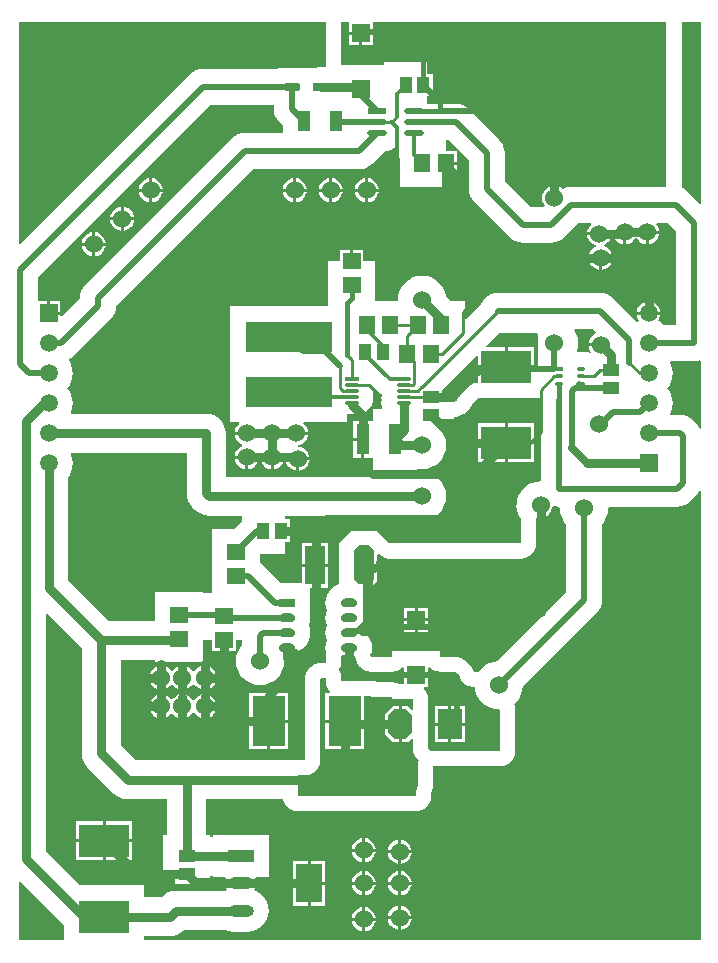
<source format=gtl>
%FSLAX25Y25*%
%MOIN*%
G70*
G01*
G75*
G04 Layer_Physical_Order=1*
G04 Layer_Color=255*
%ADD10O,0.06496X0.01969*%
%ADD11R,0.06496X0.01969*%
%ADD12R,0.05512X0.04331*%
%ADD13R,0.05906X0.05512*%
%ADD14R,0.05512X0.05906*%
%ADD15R,0.04331X0.05512*%
%ADD16R,0.28740X0.10433*%
%ADD17R,0.04331X0.10236*%
%ADD18R,0.16732X0.10906*%
%ADD19R,0.08661X0.03937*%
%ADD20O,0.08661X0.03937*%
%ADD21R,0.08661X0.12795*%
G04:AMPARAMS|DCode=22|XSize=55.12mil|YSize=25.59mil|CornerRadius=0mil|HoleSize=0mil|Usage=FLASHONLY|Rotation=180.000|XOffset=0mil|YOffset=0mil|HoleType=Round|Shape=Octagon|*
%AMOCTAGOND22*
4,1,8,-0.02756,0.00640,-0.02756,-0.00640,-0.02116,-0.01280,0.02116,-0.01280,0.02756,-0.00640,0.02756,0.00640,0.02116,0.01280,-0.02116,0.01280,-0.02756,0.00640,0.0*
%
%ADD22OCTAGOND22*%

%ADD23R,0.05512X0.02559*%
%ADD24R,0.06000X0.06000*%
%ADD25R,0.04331X0.06693*%
%ADD26O,0.05500X0.03000*%
%ADD27R,0.05500X0.03000*%
%ADD28R,0.10906X0.16732*%
%ADD29R,0.07874X0.09843*%
G04:AMPARAMS|DCode=30|XSize=78.74mil|YSize=98.43mil|CornerRadius=0mil|HoleSize=0mil|Usage=FLASHONLY|Rotation=180.000|XOffset=0mil|YOffset=0mil|HoleType=Round|Shape=Octagon|*
%AMOCTAGOND30*
4,1,8,0.01969,-0.04921,-0.01969,-0.04921,-0.03937,-0.02953,-0.03937,0.02953,-0.01969,0.04921,0.01969,0.04921,0.03937,0.02953,0.03937,-0.02953,0.01969,-0.04921,0.0*
%
%ADD30OCTAGOND30*%

G04:AMPARAMS|DCode=31|XSize=66.93mil|YSize=130mil|CornerRadius=0mil|HoleSize=0mil|Usage=FLASHONLY|Rotation=180.000|XOffset=0mil|YOffset=0mil|HoleType=Round|Shape=Octagon|*
%AMOCTAGOND31*
4,1,8,0.01673,-0.06500,-0.01673,-0.06500,-0.03347,-0.04827,-0.03347,0.04827,-0.01673,0.06500,0.01673,0.06500,0.03347,0.04827,0.03347,-0.04827,0.01673,-0.06500,0.0*
%
%ADD31OCTAGOND31*%

%ADD32R,0.06693X0.13000*%
%ADD33R,0.04724X0.01221*%
%ADD34O,0.04724X0.01221*%
%ADD35R,0.02756X0.01181*%
%ADD36O,0.02756X0.01181*%
%ADD37C,0.01500*%
%ADD38C,0.01000*%
%ADD39C,0.01200*%
%ADD40C,0.03000*%
%ADD41C,0.02000*%
%ADD42C,0.02500*%
%ADD43R,0.05906X0.05906*%
%ADD44C,0.05906*%
%ADD45C,0.06000*%
G36*
X352452Y310227D02*
X351991Y310036D01*
X348263Y313763D01*
X347350Y314513D01*
X346307Y315070D01*
X345945Y315180D01*
X345991Y315529D01*
Y370452D01*
X352452D01*
Y310227D01*
D02*
G37*
G36*
X233750Y159451D02*
X236250D01*
X236364Y159474D01*
X237056Y159394D01*
D01*
D01*
X237223Y159278D01*
X237265Y159029D01*
X237322Y158684D01*
X237412Y158073D01*
X237429Y158035D01*
X237436Y157994D01*
X237690Y157431D01*
X237772Y157243D01*
X237936Y156865D01*
X238193Y156436D01*
X238449Y156114D01*
D01*
X238577Y155953D01*
X238577Y155953D01*
X238952Y155463D01*
X238985Y155438D01*
X239011Y155405D01*
X239507Y155037D01*
X239997Y154662D01*
X240035Y154646D01*
X240069Y154621D01*
X240643Y154394D01*
X241213Y154158D01*
X241254Y154152D01*
X241293Y154137D01*
X241907Y154066D01*
D01*
X241907D01*
X242191Y154029D01*
D01*
X242518Y153986D01*
X249500D01*
X250805Y154158D01*
X252022Y154662D01*
X252553Y155069D01*
D01*
X252553Y155069D01*
D01*
X252554Y155070D01*
X252568Y155080D01*
D01*
X253052Y155452D01*
D01*
X253133Y155412D01*
D01*
D01*
X253358Y155239D01*
X253500Y155130D01*
Y153250D01*
X261500D01*
Y155130D01*
X261867Y155412D01*
D01*
X261948Y155452D01*
D01*
X262433Y155080D01*
D01*
X262447Y155069D01*
X262447Y155069D01*
D01*
X262447Y155069D01*
D01*
X262978Y154662D01*
X264195Y154158D01*
X264858Y154070D01*
D01*
X265500Y153986D01*
X270002D01*
X270438Y153943D01*
X270618Y153888D01*
X270784Y153799D01*
X270784Y153799D01*
X271122Y153522D01*
D01*
X271372Y153273D01*
X271522Y153122D01*
X271799Y152784D01*
X271888Y152618D01*
X271913Y152536D01*
X272151Y152011D01*
X272372Y151478D01*
X272422Y151412D01*
X272457Y151337D01*
X272822Y150891D01*
X273173Y150434D01*
X273239Y150383D01*
X273292Y150319D01*
X273760Y149984D01*
X274218Y149633D01*
X274294Y149601D01*
X274362Y149552D01*
X274901Y149349D01*
X275434Y149129D01*
X275516Y149118D01*
X275594Y149089D01*
X276168Y149032D01*
X276739Y148957D01*
X277015D01*
X277016Y148948D01*
X277116Y147932D01*
X277573Y146424D01*
X278316Y145034D01*
X279316Y143816D01*
X280534Y142816D01*
X281924Y142073D01*
X283432Y141616D01*
X283500Y141609D01*
X285000Y141461D01*
X285129Y141474D01*
X285500Y141138D01*
Y127500D01*
X262500D01*
X262000Y128000D01*
X261500Y128500D01*
Y146000D01*
X261335D01*
X261328Y146055D01*
X260824Y147272D01*
X260034Y148302D01*
X260255Y148750D01*
X261500D01*
Y152250D01*
X253500D01*
Y150500D01*
Y149793D01*
X252062D01*
X252022Y149824D01*
X250805Y150328D01*
X249500Y150500D01*
X244130D01*
Y150543D01*
Y150866D01*
X232500D01*
Y151197D01*
Y151967D01*
X232419Y152579D01*
X232349Y153191D01*
X232334Y153231D01*
X232328Y153273D01*
X232092Y153842D01*
X231866Y154416D01*
X231840Y154450D01*
X231824Y154489D01*
X231690Y154665D01*
X231803Y154810D01*
X231811Y154829D01*
X231824Y154846D01*
X232068Y155435D01*
X232317Y156022D01*
X232320Y156043D01*
X232328Y156062D01*
X232411Y156694D01*
X232500Y157326D01*
X232497Y157347D01*
X232500Y157368D01*
Y159306D01*
Y159306D01*
X232887Y159623D01*
X233750Y159451D01*
D02*
G37*
G36*
X352452Y214379D02*
Y64547D01*
X166866D01*
Y65791D01*
X175323D01*
X176597Y65917D01*
X177822Y66289D01*
X178952Y66892D01*
X179941Y67704D01*
X179941Y67704D01*
X179941Y67704D01*
X180095Y67858D01*
X194163D01*
X195272Y67522D01*
X196638Y67387D01*
X201362D01*
X202728Y67522D01*
X204042Y67921D01*
X205252Y68568D01*
X206313Y69438D01*
X207184Y70499D01*
X207831Y71710D01*
X208230Y73024D01*
X208364Y74390D01*
X208230Y75756D01*
X207831Y77069D01*
X207184Y78280D01*
X206313Y79341D01*
X205252Y80212D01*
X204042Y80859D01*
X203714Y80958D01*
X203561Y81434D01*
X203955Y81948D01*
X204254Y82670D01*
X204291Y82945D01*
X193710D01*
X193746Y82670D01*
X194045Y81948D01*
X194439Y81434D01*
X194286Y80958D01*
X194163Y80921D01*
X177390D01*
X176116Y80796D01*
X174890Y80424D01*
X173761Y79821D01*
X172771Y79008D01*
X172617Y78854D01*
X166866D01*
Y82776D01*
X145461D01*
X134031Y94205D01*
Y173078D01*
X134493Y173270D01*
X145969Y161795D01*
Y127000D01*
X146094Y125726D01*
X146466Y124501D01*
X147069Y123371D01*
X147882Y122382D01*
X156882Y113382D01*
Y113382D01*
X156882Y113382D01*
X156882Y113382D01*
Y113382D01*
X157871Y112569D01*
X159001Y111966D01*
X160226Y111594D01*
X161500Y111469D01*
X174469D01*
Y99618D01*
X173244D01*
Y85287D01*
X177244D01*
Y83382D01*
X184756D01*
Y85287D01*
X188756D01*
Y85921D01*
X189669D01*
Y85532D01*
X193932D01*
X194153Y85083D01*
X194045Y84942D01*
X193746Y84220D01*
X193710Y83945D01*
X204291D01*
X204254Y84220D01*
X203955Y84942D01*
X203847Y85083D01*
X204068Y85532D01*
X208331D01*
Y99468D01*
X189669D01*
Y98984D01*
X188756D01*
Y99618D01*
X187531D01*
Y111469D01*
X213147D01*
X213184Y111195D01*
X213687Y109978D01*
X214489Y108934D01*
X215533Y108133D01*
X216750Y107629D01*
X218055Y107457D01*
X257334D01*
X257662Y107500D01*
X257993D01*
X258312Y107586D01*
X258640Y107629D01*
X258945Y107755D01*
X259264Y107841D01*
X259551Y108006D01*
X259856Y108133D01*
X260118Y108334D01*
X260404Y108499D01*
X260638Y108733D01*
X260900Y108934D01*
X261102Y109196D01*
X261335Y109430D01*
X261569Y109735D01*
X261735Y110021D01*
X261936Y110283D01*
X262062Y110589D01*
X262228Y110875D01*
X262313Y111194D01*
X262440Y111500D01*
X262483Y111827D01*
X262568Y112147D01*
Y112477D01*
X262569Y112480D01*
X262601Y112641D01*
X262597Y112696D01*
X262611Y112805D01*
Y112971D01*
X262590Y113134D01*
X262601Y113297D01*
X262592Y113428D01*
X262568Y113463D01*
X262871Y114195D01*
X263043Y115500D01*
Y122126D01*
Y122457D01*
X285500D01*
X286805Y122629D01*
X288022Y123133D01*
X289066Y123934D01*
X289867Y124978D01*
X290371Y126195D01*
X290543Y127500D01*
Y141138D01*
X290527Y141262D01*
X290537Y141386D01*
X290441Y141913D01*
X290371Y142444D01*
X290324Y142559D01*
X290301Y142681D01*
X290072Y143165D01*
X290026Y143276D01*
X290684Y143816D01*
X291684Y145034D01*
X292427Y146424D01*
X292884Y147932D01*
X292985Y148959D01*
D01*
X304560Y160533D01*
X317763Y173737D01*
X317763Y173737D01*
X317763Y173737D01*
X318513Y174651D01*
X319070Y175693D01*
X319070Y175693D01*
X319070Y175693D01*
X319413Y176824D01*
X319529Y178000D01*
X319529Y178000D01*
Y203236D01*
X320184Y204034D01*
X320927Y205424D01*
X321384Y206932D01*
X321539Y208500D01*
X321529Y208600D01*
X321865Y208971D01*
X344500D01*
X345676Y209087D01*
X346807Y209430D01*
X346807Y209430D01*
X346807Y209430D01*
X347849Y209987D01*
X348763Y210737D01*
X348763Y210737D01*
X348763Y210737D01*
X350763Y212737D01*
X350763Y212737D01*
X350763Y212737D01*
X351513Y213650D01*
X351968Y214501D01*
X352452Y214379D01*
D02*
G37*
G36*
X180969Y213500D02*
X181094Y212226D01*
X181466Y211000D01*
X181975Y210048D01*
X182069Y209871D01*
X182882Y208882D01*
X183882Y207882D01*
X184871Y207069D01*
X186001Y206466D01*
X187226Y206094D01*
X188500Y205969D01*
X199382D01*
Y204345D01*
X196730Y201693D01*
X189547D01*
Y186181D01*
Y180193D01*
X186453D01*
Y180693D01*
X170547D01*
Y172819D01*
Y171031D01*
X155205D01*
X143522Y182715D01*
X141531Y184705D01*
Y218923D01*
X141645Y219060D01*
X142383Y220442D01*
X142838Y221941D01*
X142991Y223500D01*
X142838Y225059D01*
X142383Y226558D01*
X142629Y226969D01*
X180969D01*
Y213500D01*
D02*
G37*
G36*
X299500Y205531D02*
X300044Y205603D01*
X301017Y206006D01*
X301853Y206647D01*
X302494Y207483D01*
X302897Y208456D01*
X302962Y208950D01*
X303382Y209221D01*
X303824Y209087D01*
X305000Y208971D01*
X305135D01*
X305471Y208600D01*
X305461Y208500D01*
X305616Y206932D01*
X306073Y205424D01*
X306816Y204034D01*
X307471Y203236D01*
Y180497D01*
X292974Y166000D01*
X284459Y157485D01*
X283432Y157384D01*
X281924Y156927D01*
X280534Y156184D01*
X279316Y155184D01*
X278346Y154003D01*
X278344Y154000D01*
X278316Y153966D01*
X278247Y153838D01*
X278074Y153861D01*
X277836Y153933D01*
X277439Y153946D01*
X277397Y153957D01*
X277070Y154000D01*
X276739D01*
X276570Y154557D01*
X276013Y155599D01*
X275263Y156513D01*
X274513Y157263D01*
X273600Y158013D01*
X272557Y158570D01*
X271426Y158913D01*
X270250Y159029D01*
X265500D01*
Y159083D01*
Y160750D01*
X249500D01*
Y159029D01*
X242518D01*
X242262Y159458D01*
X242284Y159501D01*
X242293Y159530D01*
D01*
X242656Y160726D01*
X242781Y162000D01*
X242656Y163274D01*
X242284Y164499D01*
X241681Y165629D01*
X241376Y166000D01*
X240868Y166618D01*
X240708Y166750D01*
Y167250D01*
X240868Y167382D01*
X241681Y168371D01*
X242284Y169501D01*
X242656Y170726D01*
X242781Y172000D01*
X242656Y173274D01*
X242284Y174499D01*
X242284Y174500D01*
X242284Y174501D01*
X242656Y175726D01*
X242781Y177000D01*
X242656Y178274D01*
X242284Y179499D01*
X241681Y180629D01*
X240926Y181548D01*
X241140Y182000D01*
X242423D01*
X244597Y184173D01*
Y189000D01*
X240250D01*
Y190000D01*
X244597D01*
Y191727D01*
Y192871D01*
X244964Y193153D01*
X245045Y193193D01*
X246075Y192403D01*
X247291Y191899D01*
X248597Y191727D01*
X292469D01*
X293774Y191899D01*
X294990Y192403D01*
X296035Y193204D01*
X296836Y194249D01*
X297340Y195465D01*
X297512Y196770D01*
Y204848D01*
X297458Y205257D01*
X297455Y205356D01*
X297866Y205640D01*
X297956Y205603D01*
X298500Y205531D01*
Y209500D01*
X299500D01*
Y205531D01*
D02*
G37*
G36*
X317370Y267104D02*
X317272Y266614D01*
X316983Y266494D01*
X316147Y265853D01*
X315506Y265017D01*
X315103Y264044D01*
X315031Y263500D01*
X319000D01*
Y262500D01*
X315031D01*
X315103Y261956D01*
X315506Y260983D01*
X315884Y260490D01*
X315580Y260094D01*
X314727Y260447D01*
X313268Y260639D01*
X311693D01*
X311420Y260603D01*
X311097Y260984D01*
X311384Y261932D01*
X311539Y263500D01*
X311384Y265068D01*
X310927Y266576D01*
X310270Y267805D01*
X310527Y268234D01*
X316240D01*
X317370Y267104D01*
D02*
G37*
G36*
X210148Y341508D02*
X210148Y341508D01*
X210148D01*
X210264Y340332D01*
X210607Y339201D01*
X210607Y339201D01*
X210607Y339201D01*
X211164Y338158D01*
X211914Y337245D01*
X211914Y337245D01*
X211914D01*
Y337245D01*
X211914Y337245D01*
X213020Y336139D01*
Y333529D01*
X200500D01*
X199324Y333413D01*
X198193Y333070D01*
X197151Y332513D01*
X196237Y331763D01*
X196237Y331763D01*
X147237Y282763D01*
X146487Y281850D01*
X145930Y280807D01*
X145587Y279676D01*
X145471Y278500D01*
X145471Y278500D01*
X145471D01*
X145471Y278500D01*
X145471D01*
Y278497D01*
X139415Y272441D01*
X138953Y272632D01*
Y273000D01*
X135000D01*
Y273500D01*
X134500D01*
Y277453D01*
X131529D01*
Y285503D01*
X188997Y342971D01*
X210148D01*
Y341508D01*
D02*
G37*
G36*
X298000Y266645D02*
Y254845D01*
X297328Y254173D01*
X296866Y254365D01*
Y255177D01*
X278134D01*
Y250252D01*
X276945Y250096D01*
X275729Y249592D01*
X274685Y248791D01*
X272424Y246530D01*
X272357Y246443D01*
X272306Y246401D01*
X272056Y246052D01*
X271708Y245628D01*
X271674Y245552D01*
X271623Y245485D01*
X271585Y245394D01*
X271539Y245331D01*
X271170Y244639D01*
X270988Y244418D01*
X270766Y244236D01*
X270685Y244192D01*
X270256Y244449D01*
Y246713D01*
X266256D01*
Y247911D01*
X267423Y249077D01*
X270423Y252077D01*
X270423Y252077D01*
X270423Y252077D01*
X277672Y259327D01*
X278134Y259135D01*
Y256177D01*
X287000D01*
Y262130D01*
X281129D01*
X280937Y262592D01*
X285221Y266876D01*
X297645Y266997D01*
X298000Y266645D01*
D02*
G37*
G36*
X227457Y356250D02*
X227502Y355907D01*
X227172Y355531D01*
X225823D01*
X224549Y355406D01*
X224132Y355279D01*
X211561D01*
X211311Y355029D01*
X186500D01*
X185324Y354913D01*
X184193Y354570D01*
X183150Y354013D01*
X182237Y353263D01*
X125509Y296536D01*
X125048Y296727D01*
Y370452D01*
X227457D01*
Y356250D01*
D02*
G37*
G36*
X352452Y257554D02*
Y235121D01*
X351968Y234999D01*
X351513Y235849D01*
X350763Y236763D01*
X349763Y237763D01*
X348850Y238513D01*
X347807Y239070D01*
X346676Y239413D01*
X345500Y239529D01*
X342381D01*
X342124Y239958D01*
X342383Y240442D01*
X342838Y241941D01*
X342991Y243500D01*
X342838Y245059D01*
X342383Y246558D01*
X341645Y247940D01*
X341185Y248500D01*
X341645Y249060D01*
X342383Y250442D01*
X342838Y251941D01*
X342991Y253500D01*
X342838Y255059D01*
X342383Y256558D01*
X342124Y257042D01*
X342381Y257471D01*
X350000D01*
X351176Y257587D01*
X352051Y257852D01*
X352452Y257554D01*
D02*
G37*
G36*
X274971Y324503D02*
Y315000D01*
X274971Y315000D01*
X274971D01*
X275087Y313824D01*
X275430Y312693D01*
X275430Y312693D01*
X275430Y312693D01*
X275987Y311650D01*
X276737Y310737D01*
X276737Y310737D01*
X276737Y310737D01*
X279974Y307500D01*
X288737Y298737D01*
X288737Y298737D01*
X289651Y297987D01*
X290693Y297430D01*
D01*
X290693Y297430D01*
X291824Y297087D01*
X293000Y296971D01*
X302500D01*
X303676Y297087D01*
X304807Y297430D01*
X305850Y297987D01*
X306763Y298737D01*
X311497Y303471D01*
X315675D01*
X315836Y302997D01*
X315647Y302853D01*
X315006Y302017D01*
X314603Y301044D01*
X314531Y300500D01*
X318500D01*
Y299500D01*
X314531D01*
X314603Y298956D01*
X315006Y297983D01*
X315647Y297147D01*
X316483Y296506D01*
X317351Y296146D01*
Y295646D01*
X316983Y295494D01*
X316147Y294853D01*
X315506Y294017D01*
X315103Y293044D01*
X315031Y292500D01*
X322969D01*
X322897Y293044D01*
X322494Y294017D01*
X321853Y294853D01*
X321017Y295494D01*
X320149Y295853D01*
Y296354D01*
X320517Y296506D01*
X321353Y297147D01*
X321994Y297983D01*
X322397Y298956D01*
X322533Y299988D01*
X323033D01*
X323103Y299456D01*
X323506Y298483D01*
X324147Y297647D01*
X324983Y297006D01*
X325956Y296603D01*
X326500Y296531D01*
Y300500D01*
X327500D01*
Y296531D01*
X328044Y296603D01*
X329017Y297006D01*
X329853Y297647D01*
X330494Y298483D01*
X330500Y298497D01*
X331000D01*
X331006Y298483D01*
X331647Y297647D01*
X332483Y297006D01*
X333456Y296603D01*
X334000Y296531D01*
Y300500D01*
X334500D01*
Y301000D01*
X338469D01*
X338397Y301544D01*
X337994Y302517D01*
X337606Y303023D01*
X337827Y303471D01*
X341503D01*
X343971Y301003D01*
Y269529D01*
X340190D01*
X339440Y270145D01*
X338339Y270733D01*
X338234Y271221D01*
X338453Y271507D01*
X338851Y272468D01*
X338921Y273000D01*
X331079D01*
X331149Y272468D01*
X331547Y271507D01*
X331766Y271221D01*
X331661Y270733D01*
X331096Y270431D01*
X323526Y278000D01*
X323000Y278526D01*
X322086Y279276D01*
X321044Y279833D01*
X319913Y280176D01*
X318737Y280292D01*
X284763D01*
X283587Y280176D01*
X282456Y279833D01*
X281414Y279276D01*
X280500Y278526D01*
X279750Y277613D01*
X279193Y276570D01*
X279179Y276524D01*
X274155Y271500D01*
X273693Y271691D01*
Y277453D01*
X269284D01*
X267408Y279329D01*
X267384Y279568D01*
X266927Y281076D01*
X266184Y282466D01*
X265184Y283684D01*
X263966Y284684D01*
X262576Y285427D01*
X261068Y285884D01*
X259500Y286039D01*
X257932Y285884D01*
X256424Y285427D01*
X255034Y284684D01*
X253816Y283684D01*
X252816Y282466D01*
X252073Y281076D01*
X251616Y279568D01*
X251461Y278000D01*
X251479Y277823D01*
X251143Y277453D01*
X243953D01*
Y290819D01*
X239953D01*
Y294693D01*
X236500D01*
Y290937D01*
X235500D01*
Y294693D01*
X232047D01*
Y290819D01*
X228047D01*
Y275870D01*
X195630D01*
Y255437D01*
Y237130D01*
X198382D01*
X198543Y236656D01*
X198147Y236353D01*
X197506Y235517D01*
X197103Y234544D01*
X197031Y234000D01*
X201000D01*
Y233000D01*
X197031D01*
X197103Y232456D01*
X197506Y231483D01*
X198147Y230647D01*
X198983Y230006D01*
X199601Y229750D01*
Y229250D01*
X198983Y228994D01*
X198147Y228353D01*
X197506Y227517D01*
X197103Y226544D01*
X197031Y226000D01*
X201000D01*
Y225500D01*
X201500D01*
Y221531D01*
X202044Y221603D01*
X203017Y222006D01*
X203853Y222647D01*
X204494Y223483D01*
X204897Y224456D01*
X205000Y225238D01*
X205500D01*
X205603Y224456D01*
X206006Y223483D01*
X206647Y222647D01*
X207483Y222006D01*
X208456Y221603D01*
X209000Y221531D01*
Y225500D01*
X210000D01*
Y221531D01*
X210544Y221603D01*
X211517Y222006D01*
X212353Y222647D01*
X212994Y223483D01*
X213397Y224456D01*
X213467Y224988D01*
X213967D01*
X214103Y223956D01*
X214506Y222983D01*
X215147Y222147D01*
X215983Y221506D01*
X216956Y221103D01*
X217500Y221031D01*
Y225000D01*
X218000D01*
Y225500D01*
X221969D01*
X221897Y226044D01*
X221494Y227017D01*
X220853Y227853D01*
X220017Y228494D01*
X219044Y228897D01*
X218012Y229033D01*
Y229533D01*
X218544Y229603D01*
X219517Y230006D01*
X220353Y230647D01*
X220994Y231483D01*
X221397Y232456D01*
X221469Y233000D01*
X217500D01*
Y234000D01*
X221469D01*
X221397Y234544D01*
X220994Y235517D01*
X220353Y236353D01*
X219957Y236656D01*
X220118Y237130D01*
X234370D01*
Y239936D01*
X237752D01*
X239216Y240129D01*
X240581Y240694D01*
X241753Y241593D01*
X242653Y242765D01*
X243218Y244130D01*
X243411Y245595D01*
X243406Y245628D01*
X243362Y245962D01*
D01*
Y247195D01*
D01*
X243411Y247563D01*
X243362Y247931D01*
D01*
Y248190D01*
X243824Y248381D01*
X244699Y247506D01*
X244699Y247506D01*
X245361Y246998D01*
X245869Y246608D01*
X246037Y246539D01*
X245972Y246052D01*
X245912Y245595D01*
X246042Y244610D01*
X245912Y243626D01*
X246105Y242161D01*
X246158Y242034D01*
X245880Y241618D01*
X243150D01*
Y237618D01*
X243150D01*
X242850D01*
X242796Y237618D01*
X242796Y237618D01*
Y237618D01*
X240185D01*
Y231500D01*
Y225382D01*
X242850D01*
D01*
D01*
X242979Y225254D01*
X243150Y225083D01*
Y221382D01*
X257480D01*
Y221382D01*
X257835Y221645D01*
X257932Y221616D01*
X259500Y221461D01*
X261068Y221616D01*
X262576Y222073D01*
X263966Y222816D01*
X265184Y223816D01*
X266184Y225034D01*
X266927Y226424D01*
X267384Y227932D01*
X267539Y229500D01*
X267384Y231068D01*
X266927Y232576D01*
X266184Y233966D01*
X265184Y235184D01*
X264299Y235911D01*
X264467Y236382D01*
X266256D01*
Y238287D01*
X270256D01*
Y238951D01*
X271227Y239047D01*
X272452Y239419D01*
X273062Y239744D01*
X273144Y239788D01*
D01*
X273581Y240022D01*
X273965Y240337D01*
D01*
X274085Y240435D01*
D01*
X274571Y240834D01*
X274886Y241218D01*
X275003Y241360D01*
D01*
X275383Y241824D01*
X275831Y242660D01*
X275987Y242953D01*
X275990Y242964D01*
X276193Y243167D01*
X278017Y244991D01*
X278251Y245224D01*
X298670D01*
X299006Y244854D01*
X298971Y244500D01*
Y218676D01*
Y217536D01*
X297432Y217384D01*
X295924Y216927D01*
X294534Y216184D01*
X293316Y215184D01*
X292316Y213966D01*
X291573Y212576D01*
X291116Y211068D01*
X290979Y209677D01*
X290961Y209500D01*
X291116Y207932D01*
X291573Y206424D01*
X292316Y205034D01*
X292469Y204848D01*
Y196770D01*
X248597D01*
Y196825D01*
Y196827D01*
X244423Y201000D01*
X236077D01*
X231904Y196827D01*
Y183232D01*
X231251Y183034D01*
X230121Y182431D01*
X229132Y181618D01*
X228319Y180629D01*
X227716Y179499D01*
X227344Y178274D01*
X227219Y177000D01*
X227344Y175726D01*
X227716Y174501D01*
X227716Y174500D01*
X227716Y174499D01*
X227344Y173274D01*
X227219Y172000D01*
X227344Y170726D01*
X227716Y169501D01*
X227716Y169500D01*
X227716Y169500D01*
X227344Y168274D01*
X227219Y167000D01*
X227344Y165726D01*
X227716Y164500D01*
X227716Y164500D01*
X227716Y164499D01*
X227344Y163274D01*
X227219Y162000D01*
X227344Y160726D01*
X227544Y160068D01*
X227481Y159800D01*
X227489Y159552D01*
X227457Y159306D01*
Y157368D01*
X227378Y157290D01*
X227264Y157015D01*
D01*
X225940Y157036D01*
X225920Y157034D01*
X225899Y157037D01*
X225265Y156959D01*
X224633Y156886D01*
X224613Y156879D01*
X224592Y156876D01*
X224001Y156637D01*
X223408Y156403D01*
X223391Y156390D01*
X223371Y156382D01*
X222863Y155999D01*
X222350Y155619D01*
X222337Y155602D01*
X222320Y155590D01*
X221964Y155239D01*
X221951Y155222D01*
X221934Y155210D01*
X221546Y154703D01*
X221154Y154201D01*
X221145Y154182D01*
X221132Y154165D01*
X220888Y153576D01*
X220640Y152989D01*
X220637Y152968D01*
X220629Y152949D01*
X220546Y152317D01*
X220457Y151686D01*
X220460Y151664D01*
X220457Y151644D01*
Y124531D01*
X164205D01*
X159031Y129705D01*
Y157969D01*
X170547D01*
Y157307D01*
X186453D01*
Y164681D01*
X189547D01*
Y160807D01*
X193000D01*
Y164563D01*
X194000D01*
Y160807D01*
X197453D01*
Y164681D01*
X199471D01*
Y162764D01*
X198816Y161966D01*
X198073Y160576D01*
X197616Y159068D01*
X197461Y157500D01*
X197616Y155932D01*
X198073Y154424D01*
X198816Y153034D01*
X199816Y151816D01*
X201034Y150816D01*
X202424Y150073D01*
X203932Y149616D01*
X205500Y149461D01*
X207068Y149616D01*
X208576Y150073D01*
X209966Y150816D01*
X211184Y151816D01*
X212184Y153034D01*
X212927Y154424D01*
X213384Y155932D01*
X213539Y157500D01*
X213384Y159068D01*
X213668Y159451D01*
X215750D01*
X216725Y159645D01*
X217552Y160198D01*
X218019Y160896D01*
X218250Y160966D01*
X219379Y161569D01*
X220368Y162382D01*
X221181Y163371D01*
X221784Y164500D01*
X222156Y165726D01*
X222281Y167000D01*
X222156Y168274D01*
X221784Y169500D01*
X221784Y169500D01*
X221784Y169501D01*
X222088Y170500D01*
X222250D01*
Y171681D01*
D01*
X222281Y172000D01*
X222250Y172319D01*
D01*
D01*
Y182000D01*
X223250D01*
Y189000D01*
X219404D01*
Y183500D01*
X212526D01*
X205700Y190326D01*
X205453Y190529D01*
Y193244D01*
X213713D01*
Y197244D01*
X215618D01*
Y204756D01*
X213713D01*
Y205969D01*
X254848D01*
X255034Y205816D01*
X256424Y205073D01*
X257932Y204616D01*
X259500Y204461D01*
X261068Y204616D01*
X262576Y205073D01*
X263966Y205816D01*
X265184Y206816D01*
X266184Y208034D01*
X266927Y209424D01*
X267384Y210932D01*
X267539Y212500D01*
X267384Y214068D01*
X266927Y215576D01*
X266184Y216966D01*
X265184Y218184D01*
X263966Y219184D01*
X262576Y219927D01*
X261068Y220384D01*
X259500Y220539D01*
X257932Y220384D01*
X256424Y219927D01*
X255034Y219184D01*
X254848Y219031D01*
X194031D01*
Y225614D01*
Y233500D01*
X193906Y234774D01*
X193534Y235999D01*
X192931Y237129D01*
X192118Y238118D01*
X191129Y238931D01*
X189999Y239534D01*
X188774Y239906D01*
X187500Y240031D01*
X142629D01*
X142383Y240442D01*
X142838Y241941D01*
X142991Y243500D01*
X142838Y245059D01*
X142383Y246558D01*
X141645Y247940D01*
X141185Y248500D01*
X141645Y249060D01*
X142383Y250442D01*
X142838Y251941D01*
X142857Y252139D01*
X142913Y252324D01*
X143029Y253500D01*
X142913Y254676D01*
X142857Y254861D01*
X142838Y255059D01*
X142383Y256558D01*
X141740Y257761D01*
X141885Y258239D01*
X142350Y258487D01*
X143263Y259237D01*
X155763Y271737D01*
X155763Y271737D01*
X155763Y271737D01*
X156513Y272651D01*
X157070Y273693D01*
X157070Y273693D01*
X157070Y273693D01*
X157413Y274824D01*
X157529Y276000D01*
X157529Y276000D01*
D01*
X202991Y321465D01*
X202997Y321471D01*
X238480D01*
X239656Y321587D01*
X240788Y321930D01*
X241830Y322487D01*
X242743Y323237D01*
X247040Y327534D01*
X247937Y327622D01*
X249065Y327964D01*
X250104Y328520D01*
X250701Y329009D01*
X251253Y328556D01*
Y326162D01*
X251253Y326161D01*
X251446Y324699D01*
X251446Y324699D01*
X251446D01*
X251807Y323827D01*
Y315547D01*
X267319D01*
Y319547D01*
X271193D01*
Y323000D01*
X267437D01*
Y324000D01*
X271193D01*
Y327453D01*
X267319D01*
Y331231D01*
X268243D01*
X274971Y324503D01*
D02*
G37*
G36*
X227457Y151967D02*
Y150866D01*
X227629Y149561D01*
X228133Y148345D01*
X228923Y147315D01*
X228702Y146866D01*
X227224D01*
Y138000D01*
X240130D01*
Y145823D01*
X242356D01*
X242825Y145629D01*
X244130Y145457D01*
X249500D01*
Y144750D01*
X256457D01*
Y144637D01*
Y141318D01*
X255995Y141127D01*
X254701Y142421D01*
X252732D01*
Y136500D01*
Y130579D01*
X254701D01*
X255995Y131873D01*
D01*
X256457Y131682D01*
D01*
Y128500D01*
X256629Y127195D01*
X257133Y125978D01*
X257934Y124934D01*
X258434Y124434D01*
X258445Y124423D01*
X258172Y123762D01*
X258000Y122457D01*
Y115500D01*
X257953D01*
X257909Y115393D01*
X257781Y114915D01*
X257622Y114447D01*
X257611Y114282D01*
X257568Y114121D01*
Y113627D01*
X257536Y113133D01*
X257568Y112971D01*
Y112805D01*
X257334Y112500D01*
X218055D01*
Y119488D01*
X220457D01*
X221762Y119660D01*
X222978Y120164D01*
X224023Y120965D01*
X224824Y122010D01*
X225328Y123226D01*
X225500Y124531D01*
Y147375D01*
Y151644D01*
X225856Y151994D01*
X227457Y151967D01*
D02*
G37*
G36*
X140134Y69629D02*
Y64547D01*
X125048D01*
Y84062D01*
X125509Y84254D01*
X140134Y69629D01*
D02*
G37*
G36*
X340948Y315529D02*
X309000D01*
X307824Y315413D01*
X306693Y315070D01*
X306326Y314874D01*
X305517Y315494D01*
X304544Y315897D01*
X303500Y316035D01*
X302456Y315897D01*
X301483Y315494D01*
X300647Y314853D01*
X300006Y314017D01*
X299603Y313044D01*
X299465Y312000D01*
X299603Y310956D01*
X300006Y309983D01*
X300419Y309445D01*
X300003Y309029D01*
X295497D01*
X287029Y317497D01*
Y327000D01*
X286913Y328176D01*
X286570Y329307D01*
X286376Y329670D01*
X286013Y330349D01*
X285263Y331263D01*
X285263Y331263D01*
X275003Y341523D01*
X274090Y342273D01*
X273047Y342830D01*
X271916Y343173D01*
X270740Y343289D01*
X261213D01*
Y345744D01*
X263118D01*
Y353256D01*
X261213D01*
Y357256D01*
X246882D01*
Y356250D01*
X232500D01*
Y370452D01*
X235000D01*
Y367250D01*
X243000D01*
Y370452D01*
X340948D01*
Y315529D01*
D02*
G37*
%LPC*%
G36*
X207823Y137000D02*
X201870D01*
Y128134D01*
X207823D01*
Y137000D01*
D02*
G37*
G36*
X187500Y146469D02*
Y143000D01*
X190969D01*
X190897Y143544D01*
X190494Y144517D01*
X189853Y145353D01*
X189017Y145994D01*
X188044Y146397D01*
X187500Y146469D01*
D02*
G37*
G36*
X214776Y137000D02*
X208823D01*
Y128134D01*
X214776D01*
Y137000D01*
D02*
G37*
G36*
X233177D02*
X227224D01*
Y128134D01*
X233177D01*
Y137000D01*
D02*
G37*
G36*
X179000Y146469D02*
X178456Y146397D01*
X177483Y145994D01*
X176647Y145353D01*
X176250Y144835D01*
X175750D01*
X175353Y145353D01*
X174517Y145994D01*
X173544Y146397D01*
X173000Y146469D01*
Y142500D01*
Y138531D01*
X173544Y138603D01*
X174517Y139006D01*
X175353Y139647D01*
X175750Y140165D01*
X176250D01*
X176647Y139647D01*
X177483Y139006D01*
X178456Y138603D01*
X179000Y138531D01*
Y142500D01*
Y146469D01*
D02*
G37*
G36*
X162866Y104130D02*
X154000D01*
Y98177D01*
X162866D01*
Y104130D01*
D02*
G37*
G36*
X153000D02*
X144134D01*
Y98177D01*
X153000D01*
Y104130D01*
D02*
G37*
G36*
X186500Y146469D02*
X185956Y146397D01*
X184983Y145994D01*
X184147Y145353D01*
X183506Y144517D01*
X183500Y144503D01*
X183000D01*
X182994Y144517D01*
X182353Y145353D01*
X181517Y145994D01*
X180544Y146397D01*
X180000Y146469D01*
Y142500D01*
Y138531D01*
X180544Y138603D01*
X181517Y139006D01*
X182353Y139647D01*
X182994Y140483D01*
X183000Y140497D01*
X183500D01*
X183506Y140483D01*
X184147Y139647D01*
X184983Y139006D01*
X185956Y138603D01*
X186500Y138531D01*
Y142500D01*
Y146469D01*
D02*
G37*
G36*
X240130Y137000D02*
X234177D01*
Y128134D01*
X240130D01*
Y137000D01*
D02*
G37*
G36*
X273705Y142421D02*
X269268D01*
Y137000D01*
X273705D01*
Y142421D01*
D02*
G37*
G36*
X268268D02*
X263831D01*
Y137000D01*
X268268D01*
Y142421D01*
D02*
G37*
G36*
X172000Y142000D02*
X168531D01*
X168603Y141456D01*
X169006Y140483D01*
X169647Y139647D01*
X170483Y139006D01*
X171456Y138603D01*
X172000Y138531D01*
Y142000D01*
D02*
G37*
G36*
X214776Y146866D02*
X208823D01*
Y138000D01*
X214776D01*
Y146866D01*
D02*
G37*
G36*
X207823D02*
X201870D01*
Y138000D01*
X207823D01*
Y146866D01*
D02*
G37*
G36*
X251732Y142421D02*
X249764D01*
X247295Y139953D01*
Y137000D01*
X251732D01*
Y142421D01*
D02*
G37*
G36*
X172000Y146469D02*
X171456Y146397D01*
X170483Y145994D01*
X169647Y145353D01*
X169006Y144517D01*
X168603Y143544D01*
X168531Y143000D01*
X172000D01*
Y146469D01*
D02*
G37*
G36*
X251732Y136000D02*
X247295D01*
Y133047D01*
X249764Y130579D01*
X251732D01*
Y136000D01*
D02*
G37*
G36*
X268268D02*
X263831D01*
Y130579D01*
X268268D01*
Y136000D01*
D02*
G37*
G36*
X190969Y142000D02*
X187500D01*
Y138531D01*
X188044Y138603D01*
X189017Y139006D01*
X189853Y139647D01*
X190494Y140483D01*
X190897Y141456D01*
X190969Y142000D01*
D02*
G37*
G36*
X273705Y136000D02*
X269268D01*
Y130579D01*
X273705D01*
Y136000D01*
D02*
G37*
G36*
X240500Y98469D02*
Y95000D01*
X243969D01*
X243897Y95544D01*
X243494Y96517D01*
X242853Y97353D01*
X242017Y97994D01*
X241044Y98397D01*
X240500Y98469D01*
D02*
G37*
G36*
X227165Y82945D02*
X222335D01*
Y76047D01*
X227165D01*
Y82945D01*
D02*
G37*
G36*
X221335D02*
X216504D01*
Y76047D01*
X221335D01*
Y82945D01*
D02*
G37*
G36*
X252500Y75969D02*
Y72500D01*
X255969D01*
X255897Y73044D01*
X255494Y74017D01*
X254853Y74853D01*
X254017Y75494D01*
X253044Y75897D01*
X252500Y75969D01*
D02*
G37*
G36*
X239500Y83000D02*
X236031D01*
X236103Y82456D01*
X236506Y81483D01*
X237147Y80647D01*
X237983Y80006D01*
X238956Y79603D01*
X239500Y79531D01*
Y83000D01*
D02*
G37*
G36*
X255969D02*
X252500D01*
Y79531D01*
X253044Y79603D01*
X254017Y80006D01*
X254853Y80647D01*
X255494Y81483D01*
X255897Y82456D01*
X255969Y83000D01*
D02*
G37*
G36*
X251500D02*
X248031D01*
X248103Y82456D01*
X248506Y81483D01*
X249147Y80647D01*
X249983Y80006D01*
X250956Y79603D01*
X251500Y79531D01*
Y83000D01*
D02*
G37*
G36*
X243969D02*
X240500D01*
Y79531D01*
X241044Y79603D01*
X242017Y80006D01*
X242853Y80647D01*
X243494Y81483D01*
X243897Y82456D01*
X243969Y83000D01*
D02*
G37*
G36*
X251500Y71500D02*
X248031D01*
X248103Y70956D01*
X248506Y69983D01*
X249147Y69147D01*
X249983Y68506D01*
X250956Y68103D01*
X251500Y68031D01*
Y71500D01*
D02*
G37*
G36*
X243969Y71000D02*
X240500D01*
Y67531D01*
X241044Y67603D01*
X242017Y68006D01*
X242853Y68647D01*
X243494Y69483D01*
X243897Y70456D01*
X243969Y71000D01*
D02*
G37*
G36*
X239500D02*
X236031D01*
X236103Y70456D01*
X236506Y69483D01*
X237147Y68647D01*
X237983Y68006D01*
X238956Y67603D01*
X239500Y67531D01*
Y71000D01*
D02*
G37*
G36*
X255969Y71500D02*
X252500D01*
Y68031D01*
X253044Y68103D01*
X254017Y68506D01*
X254853Y69147D01*
X255494Y69983D01*
X255897Y70956D01*
X255969Y71500D01*
D02*
G37*
G36*
X251500Y75969D02*
X250956Y75897D01*
X249983Y75494D01*
X249147Y74853D01*
X248506Y74017D01*
X248103Y73044D01*
X248031Y72500D01*
X251500D01*
Y75969D01*
D02*
G37*
G36*
X240500Y75469D02*
Y72000D01*
X243969D01*
X243897Y72544D01*
X243494Y73517D01*
X242853Y74353D01*
X242017Y74994D01*
X241044Y75397D01*
X240500Y75469D01*
D02*
G37*
G36*
X239500D02*
X238956Y75397D01*
X237983Y74994D01*
X237147Y74353D01*
X236506Y73517D01*
X236103Y72544D01*
X236031Y72000D01*
X239500D01*
Y75469D01*
D02*
G37*
G36*
X221335Y90842D02*
X216504D01*
Y83945D01*
X221335D01*
Y90842D01*
D02*
G37*
G36*
X153000Y97177D02*
X144134D01*
Y91224D01*
X153000D01*
Y97177D01*
D02*
G37*
G36*
X243969Y94000D02*
X240500D01*
Y90531D01*
X241044Y90603D01*
X242017Y91006D01*
X242853Y91647D01*
X243494Y92483D01*
X243897Y93456D01*
X243969Y94000D01*
D02*
G37*
G36*
X239500D02*
X236031D01*
X236103Y93456D01*
X236506Y92483D01*
X237147Y91647D01*
X237983Y91006D01*
X238956Y90603D01*
X239500Y90531D01*
Y94000D01*
D02*
G37*
G36*
X162866Y97177D02*
X154000D01*
Y91224D01*
X162866D01*
Y97177D01*
D02*
G37*
G36*
X239500Y98469D02*
X238956Y98397D01*
X237983Y97994D01*
X237147Y97353D01*
X236506Y96517D01*
X236103Y95544D01*
X236031Y95000D01*
X239500D01*
Y98469D01*
D02*
G37*
G36*
X252500Y97969D02*
Y94500D01*
X255969D01*
X255897Y95044D01*
X255494Y96017D01*
X254853Y96853D01*
X254017Y97494D01*
X253044Y97897D01*
X252500Y97969D01*
D02*
G37*
G36*
X251500D02*
X250956Y97897D01*
X249983Y97494D01*
X249147Y96853D01*
X248506Y96017D01*
X248103Y95044D01*
X248031Y94500D01*
X251500D01*
Y97969D01*
D02*
G37*
G36*
X240500Y87469D02*
Y84000D01*
X243969D01*
X243897Y84544D01*
X243494Y85517D01*
X242853Y86353D01*
X242017Y86994D01*
X241044Y87397D01*
X240500Y87469D01*
D02*
G37*
G36*
X239500D02*
X238956Y87397D01*
X237983Y86994D01*
X237147Y86353D01*
X236506Y85517D01*
X236103Y84544D01*
X236031Y84000D01*
X239500D01*
Y87469D01*
D02*
G37*
G36*
X227165Y90842D02*
X222335D01*
Y83945D01*
X227165D01*
Y90842D01*
D02*
G37*
G36*
X251500Y87469D02*
X250956Y87397D01*
X249983Y86994D01*
X249147Y86353D01*
X248506Y85517D01*
X248103Y84544D01*
X248031Y84000D01*
X251500D01*
Y87469D01*
D02*
G37*
G36*
X255969Y93500D02*
X252500D01*
Y90031D01*
X253044Y90103D01*
X254017Y90506D01*
X254853Y91147D01*
X255494Y91983D01*
X255897Y92956D01*
X255969Y93500D01*
D02*
G37*
G36*
X251500D02*
X248031D01*
X248103Y92956D01*
X248506Y91983D01*
X249147Y91147D01*
X249983Y90506D01*
X250956Y90103D01*
X251500Y90031D01*
Y93500D01*
D02*
G37*
G36*
X252500Y87469D02*
Y84000D01*
X255969D01*
X255897Y84544D01*
X255494Y85517D01*
X254853Y86353D01*
X254017Y86994D01*
X253044Y87397D01*
X252500Y87469D01*
D02*
G37*
G36*
X172000Y151500D02*
X168531D01*
X168603Y150956D01*
X169006Y149983D01*
X169647Y149147D01*
X170483Y148506D01*
X171456Y148103D01*
X172000Y148031D01*
Y151500D01*
D02*
G37*
G36*
X172969Y314000D02*
X169500D01*
Y310531D01*
X170044Y310603D01*
X171017Y311006D01*
X171853Y311647D01*
X172494Y312483D01*
X172897Y313456D01*
X172969Y314000D01*
D02*
G37*
G36*
X168500D02*
X165031D01*
X165103Y313456D01*
X165506Y312483D01*
X166147Y311647D01*
X166983Y311006D01*
X167956Y310603D01*
X168500Y310531D01*
Y314000D01*
D02*
G37*
G36*
X160000Y308969D02*
Y305500D01*
X163469D01*
X163397Y306044D01*
X162994Y307017D01*
X162353Y307853D01*
X161517Y308494D01*
X160544Y308897D01*
X160000Y308969D01*
D02*
G37*
G36*
X228500Y314000D02*
X225031D01*
X225103Y313456D01*
X225506Y312483D01*
X226147Y311647D01*
X226983Y311006D01*
X227956Y310603D01*
X228500Y310531D01*
Y314000D01*
D02*
G37*
G36*
X220969D02*
X217500D01*
Y310531D01*
X218044Y310603D01*
X219017Y311006D01*
X219853Y311647D01*
X220494Y312483D01*
X220897Y313456D01*
X220969Y314000D01*
D02*
G37*
G36*
X216500D02*
X213031D01*
X213103Y313456D01*
X213506Y312483D01*
X214147Y311647D01*
X214983Y311006D01*
X215956Y310603D01*
X216500Y310531D01*
Y314000D01*
D02*
G37*
G36*
X159000Y308969D02*
X158456Y308897D01*
X157483Y308494D01*
X156647Y307853D01*
X156006Y307017D01*
X155603Y306044D01*
X155531Y305500D01*
X159000D01*
Y308969D01*
D02*
G37*
G36*
X149500Y300469D02*
X148956Y300397D01*
X147983Y299994D01*
X147147Y299353D01*
X146506Y298517D01*
X146103Y297544D01*
X146031Y297000D01*
X149500D01*
Y300469D01*
D02*
G37*
G36*
X338469Y300000D02*
X335000D01*
Y296531D01*
X335544Y296603D01*
X336517Y297006D01*
X337353Y297647D01*
X337994Y298483D01*
X338397Y299456D01*
X338469Y300000D01*
D02*
G37*
G36*
X153969Y296000D02*
X150500D01*
Y292531D01*
X151044Y292603D01*
X152017Y293006D01*
X152853Y293647D01*
X153494Y294483D01*
X153897Y295456D01*
X153969Y296000D01*
D02*
G37*
G36*
X163469Y304500D02*
X160000D01*
Y301031D01*
X160544Y301103D01*
X161517Y301506D01*
X162353Y302147D01*
X162994Y302983D01*
X163397Y303956D01*
X163469Y304500D01*
D02*
G37*
G36*
X159000D02*
X155531D01*
X155603Y303956D01*
X156006Y302983D01*
X156647Y302147D01*
X157483Y301506D01*
X158456Y301103D01*
X159000Y301031D01*
Y304500D01*
D02*
G37*
G36*
X150500Y300469D02*
Y297000D01*
X153969D01*
X153897Y297544D01*
X153494Y298517D01*
X152853Y299353D01*
X152017Y299994D01*
X151044Y300397D01*
X150500Y300469D01*
D02*
G37*
G36*
X240500Y318469D02*
X239956Y318397D01*
X238983Y317994D01*
X238147Y317353D01*
X237506Y316517D01*
X237103Y315544D01*
X237031Y315000D01*
X240500D01*
Y318469D01*
D02*
G37*
G36*
X229500D02*
Y315000D01*
X232969D01*
X232897Y315544D01*
X232494Y316517D01*
X231853Y317353D01*
X231017Y317994D01*
X230044Y318397D01*
X229500Y318469D01*
D02*
G37*
G36*
X228500D02*
X227956Y318397D01*
X226983Y317994D01*
X226147Y317353D01*
X225506Y316517D01*
X225103Y315544D01*
X225031Y315000D01*
X228500D01*
Y318469D01*
D02*
G37*
G36*
X243000Y366250D02*
X239500D01*
Y362750D01*
X243000D01*
Y366250D01*
D02*
G37*
G36*
X238500D02*
X235000D01*
Y362750D01*
X238500D01*
Y366250D01*
D02*
G37*
G36*
X241500Y318469D02*
Y315000D01*
X244969D01*
X244897Y315544D01*
X244494Y316517D01*
X243853Y317353D01*
X243017Y317994D01*
X242044Y318397D01*
X241500Y318469D01*
D02*
G37*
G36*
X217500D02*
Y315000D01*
X220969D01*
X220897Y315544D01*
X220494Y316517D01*
X219853Y317353D01*
X219017Y317994D01*
X218044Y318397D01*
X217500Y318469D01*
D02*
G37*
G36*
X244969Y314000D02*
X241500D01*
Y310531D01*
X242044Y310603D01*
X243017Y311006D01*
X243853Y311647D01*
X244494Y312483D01*
X244897Y313456D01*
X244969Y314000D01*
D02*
G37*
G36*
X240500D02*
X237031D01*
X237103Y313456D01*
X237506Y312483D01*
X238147Y311647D01*
X238983Y311006D01*
X239956Y310603D01*
X240500Y310531D01*
Y314000D01*
D02*
G37*
G36*
X232969D02*
X229500D01*
Y310531D01*
X230044Y310603D01*
X231017Y311006D01*
X231853Y311647D01*
X232494Y312483D01*
X232897Y313456D01*
X232969Y314000D01*
D02*
G37*
G36*
X216500Y318469D02*
X215956Y318397D01*
X214983Y317994D01*
X214147Y317353D01*
X213506Y316517D01*
X213103Y315544D01*
X213031Y315000D01*
X216500D01*
Y318469D01*
D02*
G37*
G36*
X169500D02*
Y315000D01*
X172969D01*
X172897Y315544D01*
X172494Y316517D01*
X171853Y317353D01*
X171017Y317994D01*
X170044Y318397D01*
X169500Y318469D01*
D02*
G37*
G36*
X168500D02*
X167956Y318397D01*
X166983Y317994D01*
X166147Y317353D01*
X165506Y316517D01*
X165103Y315544D01*
X165031Y315000D01*
X168500D01*
Y318469D01*
D02*
G37*
G36*
X149500Y296000D02*
X146031D01*
X146103Y295456D01*
X146506Y294483D01*
X147147Y293647D01*
X147983Y293006D01*
X148956Y292603D01*
X149500Y292531D01*
Y296000D01*
D02*
G37*
G36*
X228097Y189000D02*
X224250D01*
Y182000D01*
X228097D01*
Y189000D01*
D02*
G37*
G36*
X261500Y175250D02*
X258000D01*
Y171750D01*
X261500D01*
Y175250D01*
D02*
G37*
G36*
X257000D02*
X253500D01*
Y171750D01*
X257000D01*
Y175250D01*
D02*
G37*
G36*
X221969Y224500D02*
X218500D01*
Y221031D01*
X219044Y221103D01*
X220017Y221506D01*
X220853Y222147D01*
X221494Y222983D01*
X221897Y223956D01*
X221969Y224500D01*
D02*
G37*
G36*
X228097Y197000D02*
X224250D01*
Y190000D01*
X228097D01*
Y197000D01*
D02*
G37*
G36*
X223250D02*
X219404D01*
Y190000D01*
X223250D01*
Y197000D01*
D02*
G37*
G36*
X261500Y170750D02*
X258000D01*
Y167250D01*
X261500D01*
Y170750D01*
D02*
G37*
G36*
X187500Y155969D02*
Y152500D01*
X190969D01*
X190897Y153044D01*
X190494Y154017D01*
X189853Y154853D01*
X189017Y155494D01*
X188044Y155897D01*
X187500Y155969D01*
D02*
G37*
G36*
X172000D02*
X171456Y155897D01*
X170483Y155494D01*
X169647Y154853D01*
X169006Y154017D01*
X168603Y153044D01*
X168531Y152500D01*
X172000D01*
Y155969D01*
D02*
G37*
G36*
X190969Y151500D02*
X187500D01*
Y148031D01*
X188044Y148103D01*
X189017Y148506D01*
X189853Y149147D01*
X190494Y149983D01*
X190897Y150956D01*
X190969Y151500D01*
D02*
G37*
G36*
X257000Y170750D02*
X253500D01*
Y167250D01*
X257000D01*
Y170750D01*
D02*
G37*
G36*
X179000Y155969D02*
X178456Y155897D01*
X177483Y155494D01*
X176647Y154853D01*
X176250Y154335D01*
X175750D01*
X175353Y154853D01*
X174517Y155494D01*
X173544Y155897D01*
X173000Y155969D01*
Y152000D01*
Y148031D01*
X173544Y148103D01*
X174517Y148506D01*
X175353Y149147D01*
X175750Y149665D01*
X176250D01*
X176647Y149147D01*
X177483Y148506D01*
X178456Y148103D01*
X179000Y148031D01*
Y152000D01*
Y155969D01*
D02*
G37*
G36*
X186500D02*
X185956Y155897D01*
X184983Y155494D01*
X184147Y154853D01*
X183506Y154017D01*
X183500Y154003D01*
X183000D01*
X182994Y154017D01*
X182353Y154853D01*
X181517Y155494D01*
X180544Y155897D01*
X180000Y155969D01*
Y152000D01*
Y148031D01*
X180544Y148103D01*
X181517Y148506D01*
X182353Y149147D01*
X182994Y149983D01*
X183000Y149997D01*
X183500D01*
X183506Y149983D01*
X184147Y149147D01*
X184983Y148506D01*
X185956Y148103D01*
X186500Y148031D01*
Y152000D01*
Y155969D01*
D02*
G37*
G36*
X334500Y277421D02*
X333968Y277351D01*
X333007Y276953D01*
X332181Y276319D01*
X331547Y275493D01*
X331149Y274532D01*
X331079Y274000D01*
X334500D01*
Y277421D01*
D02*
G37*
G36*
X138953Y277453D02*
X135500D01*
Y274000D01*
X138953D01*
Y277453D01*
D02*
G37*
G36*
X296866Y262130D02*
X288000D01*
Y256177D01*
X296866D01*
Y262130D01*
D02*
G37*
G36*
X322969Y291500D02*
X319500D01*
Y288031D01*
X320044Y288103D01*
X321017Y288506D01*
X321853Y289147D01*
X322494Y289983D01*
X322897Y290956D01*
X322969Y291500D01*
D02*
G37*
G36*
X318500D02*
X315031D01*
X315103Y290956D01*
X315506Y289983D01*
X316147Y289147D01*
X316983Y288506D01*
X317956Y288103D01*
X318500Y288031D01*
Y291500D01*
D02*
G37*
G36*
X335500Y277421D02*
Y274000D01*
X338921D01*
X338851Y274532D01*
X338453Y275493D01*
X337819Y276319D01*
X336993Y276953D01*
X336032Y277351D01*
X335500Y277421D01*
D02*
G37*
G36*
X239185Y237618D02*
X236520D01*
Y232000D01*
X239185D01*
Y237618D01*
D02*
G37*
G36*
X296866Y229823D02*
X288000D01*
Y223870D01*
X296866D01*
Y229823D01*
D02*
G37*
G36*
X287000D02*
X278134D01*
Y223870D01*
X287000D01*
Y229823D01*
D02*
G37*
G36*
X200500Y225000D02*
X197031D01*
X197103Y224456D01*
X197506Y223483D01*
X198147Y222647D01*
X198983Y222006D01*
X199956Y221603D01*
X200500Y221531D01*
Y225000D01*
D02*
G37*
G36*
X296866Y236776D02*
X288000D01*
Y230823D01*
X296866D01*
Y236776D01*
D02*
G37*
G36*
X287000D02*
X278134D01*
Y230823D01*
X287000D01*
Y236776D01*
D02*
G37*
G36*
X239185Y231000D02*
X236520D01*
Y225382D01*
X239185D01*
Y231000D01*
D02*
G37*
%LPD*%
D10*
X256902Y333520D02*
D03*
Y337260D02*
D03*
Y341000D02*
D03*
X244500Y333520D02*
D03*
Y337260D02*
D03*
D11*
Y341000D02*
D03*
D12*
X181000Y92453D02*
D03*
Y86547D02*
D03*
X322500Y248547D02*
D03*
Y254453D02*
D03*
X262500Y245453D02*
D03*
Y239547D02*
D03*
D13*
X236000Y283063D02*
D03*
Y290937D02*
D03*
X193500Y164563D02*
D03*
Y172437D02*
D03*
X178500Y172937D02*
D03*
Y165063D02*
D03*
X197500Y193937D02*
D03*
Y186063D02*
D03*
D14*
X262437Y260000D02*
D03*
X254563D02*
D03*
X241063Y269500D02*
D03*
X248937D02*
D03*
X258063D02*
D03*
X265937D02*
D03*
X267437Y323500D02*
D03*
X259563D02*
D03*
D15*
X246453Y260500D02*
D03*
X240547D02*
D03*
X259953Y349500D02*
D03*
X254047D02*
D03*
X212453Y201000D02*
D03*
X206547D02*
D03*
D16*
X215000Y265653D02*
D03*
Y247346D02*
D03*
D17*
X250315Y231500D02*
D03*
X239685D02*
D03*
D18*
X153500Y72323D02*
D03*
Y97677D02*
D03*
X287500Y230323D02*
D03*
Y255677D02*
D03*
D19*
X199000Y92500D02*
D03*
D20*
Y83445D02*
D03*
Y74390D02*
D03*
D21*
X221835Y83445D02*
D03*
D22*
X216177Y349000D02*
D03*
D23*
X225823D02*
D03*
D24*
X239000Y348250D02*
D03*
Y366750D02*
D03*
X257500Y171250D02*
D03*
Y152750D02*
D03*
D25*
X220185Y337500D02*
D03*
X230815D02*
D03*
D26*
X235000Y162000D02*
D03*
Y167000D02*
D03*
Y172000D02*
D03*
Y177000D02*
D03*
X214500Y162000D02*
D03*
Y167000D02*
D03*
Y172000D02*
D03*
D27*
Y177000D02*
D03*
D28*
X208323Y137500D02*
D03*
X233677D02*
D03*
D29*
X268768Y136500D02*
D03*
D30*
X252232D02*
D03*
D31*
X240250Y189500D02*
D03*
D32*
X223750D02*
D03*
D33*
X236000Y251500D02*
D03*
D34*
Y249532D02*
D03*
Y247563D02*
D03*
Y245595D02*
D03*
Y243626D02*
D03*
X253323Y251500D02*
D03*
Y249532D02*
D03*
Y247563D02*
D03*
Y245595D02*
D03*
Y243626D02*
D03*
D35*
X305000Y255000D02*
D03*
D36*
Y252441D02*
D03*
Y249882D02*
D03*
X312480Y255000D02*
D03*
Y252441D02*
D03*
Y249882D02*
D03*
D37*
X236000Y278500D02*
Y283063D01*
X234500Y277000D02*
X236000Y278500D01*
X234500Y259500D02*
Y277000D01*
X305000Y244500D02*
Y249882D01*
X239000Y366750D02*
X239750Y367500D01*
X255500D01*
X259953Y363047D01*
Y349500D02*
Y363047D01*
X265500Y341000D02*
Y343953D01*
X256902Y341000D02*
X265500D01*
D38*
X234500Y259500D02*
X236000Y258000D01*
Y251500D02*
Y258000D01*
X273000Y274063D02*
X277937Y279000D01*
X273000Y267000D02*
Y274063D01*
X266000Y260000D02*
X273000Y267000D01*
X262437Y260000D02*
X266000D01*
X254563Y266000D02*
X258063Y269500D01*
X254563Y260000D02*
Y266000D01*
Y260000D02*
X256885Y257678D01*
Y249885D02*
Y257678D01*
X256532Y249532D02*
X256885Y249885D01*
X248937Y269500D02*
X258063D01*
X246453Y260500D02*
Y262547D01*
X241063Y267937D02*
X246453Y262547D01*
X241063Y267937D02*
Y269500D01*
X239685Y239099D02*
X243362Y242776D01*
Y247931D01*
X266500Y256000D02*
X284763Y274263D01*
X241761Y249532D02*
X243362Y247931D01*
X236000Y249532D02*
X241761D01*
X257992Y247563D02*
X259247Y248818D01*
X259318D01*
X263500Y253000D01*
X266500Y256000D01*
X249260Y337260D02*
X251000Y339000D01*
X244500Y337260D02*
X249260D01*
X232000Y248500D02*
Y256000D01*
X235937Y247500D02*
X236000Y247563D01*
X233000Y247500D02*
X235937D01*
X232000Y248500D02*
X233000Y247500D01*
X215000Y247346D02*
X216752Y245595D01*
X332000Y253500D02*
X335000D01*
X328500Y257000D02*
X332000Y253500D01*
X252535Y245595D02*
X252677Y245453D01*
X262500D01*
X287500Y230323D02*
X295323D01*
X299000Y234000D01*
X311890Y252441D02*
X316941D01*
X318953Y254453D01*
X322500D01*
X299000Y234000D02*
Y248000D01*
X303441Y252441D01*
X305000D01*
X253323Y249532D02*
X256532D01*
X253323Y247563D02*
X257992D01*
D39*
X240547Y259646D02*
Y260500D01*
Y259646D02*
X248693Y251500D01*
X253323D01*
X256902Y326161D02*
X259563Y323500D01*
X256902Y326161D02*
Y333520D01*
X251000Y346453D02*
X254047Y349500D01*
X251000Y339000D02*
Y346453D01*
X249260Y337260D02*
X251000Y335520D01*
Y325000D02*
Y335520D01*
X230815Y337500D02*
X231055Y337260D01*
X216752Y245595D02*
X236000D01*
D40*
X265937Y269500D02*
Y271563D01*
X259500Y278000D02*
X265937Y271563D01*
X187500Y213500D02*
X188500Y212500D01*
X187500Y213500D02*
Y233500D01*
X135000D02*
X187500D01*
X188500Y212500D02*
X259500D01*
X290937Y292000D02*
X319000D01*
X277937Y279000D02*
X290937Y292000D01*
X281937Y301000D02*
X290937Y292000D01*
X273500Y301000D02*
X281937D01*
X235000Y157000D02*
Y162000D01*
X253323Y242753D02*
X253500D01*
Y234685D02*
Y242753D01*
X250315Y231500D02*
X253500Y234685D01*
X252315Y229500D02*
X259500D01*
X250315Y231500D02*
X252315Y229500D01*
X133500Y243500D02*
X135000D01*
X127500Y237500D02*
X133500Y243500D01*
X127500Y91500D02*
Y237500D01*
Y91500D02*
X146677Y72323D01*
X153500D01*
X199000Y83445D02*
X221835D01*
X184102D02*
X199000D01*
X181000Y86547D02*
X184102Y83445D01*
X153500Y97677D02*
X164630Y86547D01*
X181000D01*
X153500Y72323D02*
X175323D01*
X177390Y74390D01*
X199000D01*
X198953Y92453D02*
X199000Y92500D01*
X181000Y92453D02*
X198953D01*
X181000Y118000D02*
X229000D01*
X161500D02*
X181000D01*
Y92453D02*
Y118000D01*
X225823Y349000D02*
X236500D01*
X251563Y313937D02*
X267437D01*
Y322563D01*
X273500Y316500D01*
Y301000D02*
Y316500D01*
X303500Y312000D02*
Y334000D01*
X296500Y341000D02*
X303500Y334000D01*
X279500Y341000D02*
X296500D01*
X135000Y182000D02*
Y223500D01*
Y182000D02*
X152500Y164500D01*
X223500Y201000D02*
X224250Y201750D01*
X212453Y201000D02*
X223500D01*
X299000Y174000D02*
Y211000D01*
X280500Y174500D02*
X292500D01*
X243000Y220000D02*
X276677D01*
X277177D02*
X287500Y230323D01*
X262500Y239547D02*
X271724Y230323D01*
X287500D01*
X209500Y225500D02*
Y233500D01*
Y225500D02*
X217500D01*
X201000D02*
X209500D01*
Y233500D02*
X217500D01*
X201000D02*
X209500D01*
X236000Y242784D02*
X239685Y239099D01*
Y231500D02*
Y239099D01*
X262500Y245453D02*
X269953D01*
X322500Y254453D02*
Y259500D01*
X319000Y263000D02*
X322500Y259500D01*
X327000Y300500D02*
X334500D01*
X318500Y300000D02*
X326500D01*
X319000Y292000D02*
X335000D01*
Y273500D02*
Y292000D01*
X314500Y223500D02*
X335000D01*
X187000Y148531D02*
Y152000D01*
X193500Y141000D02*
Y164563D01*
X187000Y142500D02*
X192000D01*
X187000Y137500D02*
Y142500D01*
Y145969D01*
X179500Y137500D02*
Y142500D01*
Y145500D01*
X168531Y143000D02*
X169031Y142500D01*
X172500D01*
Y137500D02*
Y142500D01*
X172000Y142000D02*
X172500Y142500D01*
Y152000D01*
Y156500D01*
X168000Y152000D02*
X172500D01*
X172000Y152500D02*
X172500Y152000D01*
X179500Y148531D02*
Y152000D01*
Y155469D01*
X187000Y152000D02*
Y156500D01*
Y152000D02*
X193000D01*
X224250Y191000D02*
Y201750D01*
X227500Y205000D01*
X270500D01*
X285500Y220000D01*
X216198Y160198D02*
X216802D01*
X214802D02*
X216198D01*
X216500Y160500D01*
X214500Y158500D02*
X216198Y160198D01*
X214500Y158500D02*
Y162000D01*
X216500Y160500D02*
X216802Y160198D01*
X193500Y141000D02*
X197000Y137500D01*
X208323D01*
Y146323D01*
X224250Y162250D01*
Y185250D01*
X177937Y164500D02*
X178500Y165063D01*
X152500Y164500D02*
X177937D01*
X152500Y127000D02*
Y164500D01*
Y127000D02*
X161500Y118000D01*
X229000D02*
X233677Y122677D01*
Y137500D01*
X234677Y136500D01*
X252232D01*
D41*
X328500Y257000D02*
Y264500D01*
X318737Y274263D02*
X328500Y264500D01*
X284763Y274263D02*
X318737D01*
X305000Y215000D02*
X344500D01*
X346500Y217000D01*
Y232500D01*
X345500Y233500D02*
X346500Y232500D01*
X335000Y233500D02*
X345500D01*
X313500Y178000D02*
Y208500D01*
X302500Y303000D02*
X309000Y309500D01*
X293000Y303000D02*
X302500D01*
X281000Y315000D02*
X293000Y303000D01*
X235000Y157000D02*
X239000Y153000D01*
X285000Y149500D02*
X313500Y178000D01*
X305000Y215000D02*
Y244500D01*
X309000Y309500D02*
X344000D01*
X350000Y303500D01*
X256902Y337260D02*
X270740D01*
X281000Y327000D01*
Y315000D02*
Y327000D01*
X350000Y263500D02*
Y303500D01*
X335000Y263500D02*
X350000D01*
X236500Y349000D02*
X244500Y341000D01*
X251000Y314500D02*
Y325000D01*
Y314500D02*
X251563Y313937D01*
X135000Y253500D02*
X137000D01*
X128500D02*
X135000D01*
X125500Y256500D02*
Y288000D01*
Y256500D02*
X128500Y253500D01*
X125500Y288000D02*
X186500Y349000D01*
X216177D01*
X135000Y263500D02*
X139000D01*
X151500Y276000D01*
Y278500D01*
X200500Y327500D01*
X238480D01*
X244500Y333520D01*
X216177Y341508D02*
X220185Y337500D01*
X216177Y341508D02*
Y349000D01*
X231055Y337260D02*
X244500D01*
X259953Y349500D02*
X265500Y343953D01*
X303500Y255000D02*
Y263500D01*
X265500Y341000D02*
X279500D01*
X231000Y257000D02*
X232000Y256000D01*
X215000Y265653D02*
X219654Y261000D01*
X227000D02*
X231000Y257000D01*
X219654Y261000D02*
X227000D01*
X318500Y236500D02*
X319000D01*
X323000Y240500D01*
X332000D01*
X335000Y243500D01*
X291473Y173500D02*
X298500D01*
X299000Y174000D01*
X292500Y174500D02*
X293500Y173500D01*
X291473Y175527D02*
X292500Y174500D01*
X288177Y255000D02*
X303500D01*
X269953Y245453D02*
X280177Y255677D01*
X287500D01*
X309500Y247492D02*
X310555Y248547D01*
X309500Y228500D02*
Y247492D01*
X310555Y248547D02*
X322500D01*
X311890Y249882D02*
X313224Y248547D01*
X322500D01*
X287500Y255677D02*
X288177Y255000D01*
X243923Y187827D02*
X245096Y189000D01*
X240475Y168975D02*
X241475D01*
X242284Y169784D02*
Y189466D01*
Y168975D02*
Y169784D01*
X241475Y168975D02*
X242284Y169784D01*
X240000Y167500D02*
X241475Y168975D01*
X239500Y167000D02*
X240000Y167500D01*
Y168500D01*
Y167000D02*
Y167500D01*
Y167000D02*
X248250D01*
X245096Y189000D02*
Y190500D01*
X239500Y167000D02*
X240000D01*
Y168500D02*
X240475Y168975D01*
X241475D02*
X242284D01*
X240750Y191000D02*
X242284Y189466D01*
X240750Y170136D02*
Y191000D01*
X238114Y167500D02*
X240750Y170136D01*
X235500Y167500D02*
X238114D01*
X235000Y167000D02*
X235500Y167500D01*
X274750Y174500D02*
X280500D01*
X204563Y201000D02*
X206547D01*
X197500Y193937D02*
X204563Y201000D01*
X205500Y157500D02*
Y166000D01*
X206500Y167000D01*
X214500D01*
X197500Y186063D02*
X201437D01*
X210500Y177000D01*
X214500D01*
X193500Y172437D02*
X193937Y172000D01*
X193000Y172937D02*
X193500Y172437D01*
X193937Y172000D02*
X214500D01*
X178500Y172937D02*
X193000D01*
X268768Y136500D02*
X271000Y138732D01*
Y152250D01*
X270250Y153000D02*
X271000Y152250D01*
X239000Y153000D02*
X270250D01*
X248250Y167000D02*
X250000Y168750D01*
X269000D01*
X274750Y174500D01*
D42*
X309500Y228500D02*
X314500Y223500D01*
D43*
X135000Y273500D02*
D03*
X335000Y223500D02*
D03*
D44*
X135000Y263500D02*
D03*
Y253500D02*
D03*
Y243500D02*
D03*
Y233500D02*
D03*
Y223500D02*
D03*
X335000Y233500D02*
D03*
Y243500D02*
D03*
Y253500D02*
D03*
Y263500D02*
D03*
Y273500D02*
D03*
D45*
X259500Y278000D02*
D03*
X313500Y208500D02*
D03*
X318500Y236500D02*
D03*
X299000Y209500D02*
D03*
X303500Y263500D02*
D03*
Y312000D02*
D03*
X169000Y314500D02*
D03*
X159500Y305000D02*
D03*
X150000Y296500D02*
D03*
X252000Y94000D02*
D03*
Y83500D02*
D03*
Y72000D02*
D03*
X240000Y71500D02*
D03*
Y83500D02*
D03*
Y94500D02*
D03*
X217000Y314500D02*
D03*
X229000D02*
D03*
X241000D02*
D03*
X259500Y212500D02*
D03*
Y229500D02*
D03*
X209500Y233500D02*
D03*
X218000Y225000D02*
D03*
X217500Y233500D02*
D03*
X209500Y225500D02*
D03*
X201000D02*
D03*
Y233500D02*
D03*
X319000Y263000D02*
D03*
Y292000D02*
D03*
X318500Y300000D02*
D03*
X327000Y300500D02*
D03*
X334500D02*
D03*
X187000Y142500D02*
D03*
X179500D02*
D03*
X172500D02*
D03*
Y152000D02*
D03*
X179500D02*
D03*
X187000D02*
D03*
X285000Y149500D02*
D03*
X205500Y157500D02*
D03*
M02*

</source>
